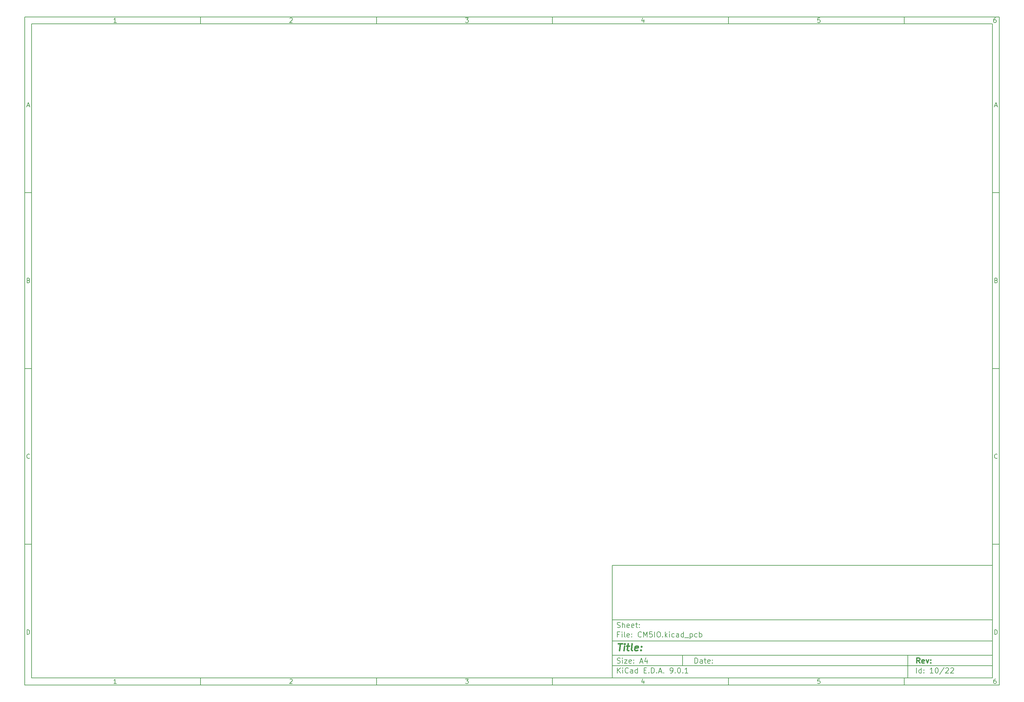
<source format=gbo>
G04 #@! TF.GenerationSoftware,KiCad,Pcbnew,9.0.1*
G04 #@! TF.CreationDate,2025-04-26T19:09:57-05:00*
G04 #@! TF.ProjectId,CM5IO,434d3549-4f2e-46b6-9963-61645f706362,rev?*
G04 #@! TF.SameCoordinates,Original*
G04 #@! TF.FileFunction,Legend,Bot*
G04 #@! TF.FilePolarity,Positive*
%FSLAX46Y46*%
G04 Gerber Fmt 4.6, Leading zero omitted, Abs format (unit mm)*
G04 Created by KiCad (PCBNEW 9.0.1) date 2025-04-26 19:09:57*
%MOMM*%
%LPD*%
G01*
G04 APERTURE LIST*
%ADD10C,0.100000*%
%ADD11C,0.150000*%
%ADD12C,0.300000*%
%ADD13C,0.400000*%
%ADD14C,1.150000*%
%ADD15C,1.650000*%
%ADD16C,1.100000*%
%ADD17C,1.600000*%
%ADD18C,5.300000*%
%ADD19C,2.100000*%
%ADD20R,1.700000X1.700000*%
%ADD21O,1.700000X1.700000*%
%ADD22R,1.500000X1.500000*%
%ADD23C,1.500000*%
%ADD24C,6.100000*%
%ADD25C,1.270000*%
G04 APERTURE END LIST*
D10*
D11*
X177002200Y-166007200D02*
X285002200Y-166007200D01*
X285002200Y-198007200D01*
X177002200Y-198007200D01*
X177002200Y-166007200D01*
D10*
D11*
X10000000Y-10000000D02*
X287002200Y-10000000D01*
X287002200Y-200007200D01*
X10000000Y-200007200D01*
X10000000Y-10000000D01*
D10*
D11*
X12000000Y-12000000D02*
X285002200Y-12000000D01*
X285002200Y-198007200D01*
X12000000Y-198007200D01*
X12000000Y-12000000D01*
D10*
D11*
X60000000Y-12000000D02*
X60000000Y-10000000D01*
D10*
D11*
X110000000Y-12000000D02*
X110000000Y-10000000D01*
D10*
D11*
X160000000Y-12000000D02*
X160000000Y-10000000D01*
D10*
D11*
X210000000Y-12000000D02*
X210000000Y-10000000D01*
D10*
D11*
X260000000Y-12000000D02*
X260000000Y-10000000D01*
D10*
D11*
X36089160Y-11593604D02*
X35346303Y-11593604D01*
X35717731Y-11593604D02*
X35717731Y-10293604D01*
X35717731Y-10293604D02*
X35593922Y-10479319D01*
X35593922Y-10479319D02*
X35470112Y-10603128D01*
X35470112Y-10603128D02*
X35346303Y-10665033D01*
D10*
D11*
X85346303Y-10417414D02*
X85408207Y-10355509D01*
X85408207Y-10355509D02*
X85532017Y-10293604D01*
X85532017Y-10293604D02*
X85841541Y-10293604D01*
X85841541Y-10293604D02*
X85965350Y-10355509D01*
X85965350Y-10355509D02*
X86027255Y-10417414D01*
X86027255Y-10417414D02*
X86089160Y-10541223D01*
X86089160Y-10541223D02*
X86089160Y-10665033D01*
X86089160Y-10665033D02*
X86027255Y-10850747D01*
X86027255Y-10850747D02*
X85284398Y-11593604D01*
X85284398Y-11593604D02*
X86089160Y-11593604D01*
D10*
D11*
X135284398Y-10293604D02*
X136089160Y-10293604D01*
X136089160Y-10293604D02*
X135655826Y-10788842D01*
X135655826Y-10788842D02*
X135841541Y-10788842D01*
X135841541Y-10788842D02*
X135965350Y-10850747D01*
X135965350Y-10850747D02*
X136027255Y-10912652D01*
X136027255Y-10912652D02*
X136089160Y-11036461D01*
X136089160Y-11036461D02*
X136089160Y-11345985D01*
X136089160Y-11345985D02*
X136027255Y-11469795D01*
X136027255Y-11469795D02*
X135965350Y-11531700D01*
X135965350Y-11531700D02*
X135841541Y-11593604D01*
X135841541Y-11593604D02*
X135470112Y-11593604D01*
X135470112Y-11593604D02*
X135346303Y-11531700D01*
X135346303Y-11531700D02*
X135284398Y-11469795D01*
D10*
D11*
X185965350Y-10726938D02*
X185965350Y-11593604D01*
X185655826Y-10231700D02*
X185346303Y-11160271D01*
X185346303Y-11160271D02*
X186151064Y-11160271D01*
D10*
D11*
X236027255Y-10293604D02*
X235408207Y-10293604D01*
X235408207Y-10293604D02*
X235346303Y-10912652D01*
X235346303Y-10912652D02*
X235408207Y-10850747D01*
X235408207Y-10850747D02*
X235532017Y-10788842D01*
X235532017Y-10788842D02*
X235841541Y-10788842D01*
X235841541Y-10788842D02*
X235965350Y-10850747D01*
X235965350Y-10850747D02*
X236027255Y-10912652D01*
X236027255Y-10912652D02*
X236089160Y-11036461D01*
X236089160Y-11036461D02*
X236089160Y-11345985D01*
X236089160Y-11345985D02*
X236027255Y-11469795D01*
X236027255Y-11469795D02*
X235965350Y-11531700D01*
X235965350Y-11531700D02*
X235841541Y-11593604D01*
X235841541Y-11593604D02*
X235532017Y-11593604D01*
X235532017Y-11593604D02*
X235408207Y-11531700D01*
X235408207Y-11531700D02*
X235346303Y-11469795D01*
D10*
D11*
X285965350Y-10293604D02*
X285717731Y-10293604D01*
X285717731Y-10293604D02*
X285593922Y-10355509D01*
X285593922Y-10355509D02*
X285532017Y-10417414D01*
X285532017Y-10417414D02*
X285408207Y-10603128D01*
X285408207Y-10603128D02*
X285346303Y-10850747D01*
X285346303Y-10850747D02*
X285346303Y-11345985D01*
X285346303Y-11345985D02*
X285408207Y-11469795D01*
X285408207Y-11469795D02*
X285470112Y-11531700D01*
X285470112Y-11531700D02*
X285593922Y-11593604D01*
X285593922Y-11593604D02*
X285841541Y-11593604D01*
X285841541Y-11593604D02*
X285965350Y-11531700D01*
X285965350Y-11531700D02*
X286027255Y-11469795D01*
X286027255Y-11469795D02*
X286089160Y-11345985D01*
X286089160Y-11345985D02*
X286089160Y-11036461D01*
X286089160Y-11036461D02*
X286027255Y-10912652D01*
X286027255Y-10912652D02*
X285965350Y-10850747D01*
X285965350Y-10850747D02*
X285841541Y-10788842D01*
X285841541Y-10788842D02*
X285593922Y-10788842D01*
X285593922Y-10788842D02*
X285470112Y-10850747D01*
X285470112Y-10850747D02*
X285408207Y-10912652D01*
X285408207Y-10912652D02*
X285346303Y-11036461D01*
D10*
D11*
X60000000Y-198007200D02*
X60000000Y-200007200D01*
D10*
D11*
X110000000Y-198007200D02*
X110000000Y-200007200D01*
D10*
D11*
X160000000Y-198007200D02*
X160000000Y-200007200D01*
D10*
D11*
X210000000Y-198007200D02*
X210000000Y-200007200D01*
D10*
D11*
X260000000Y-198007200D02*
X260000000Y-200007200D01*
D10*
D11*
X36089160Y-199600804D02*
X35346303Y-199600804D01*
X35717731Y-199600804D02*
X35717731Y-198300804D01*
X35717731Y-198300804D02*
X35593922Y-198486519D01*
X35593922Y-198486519D02*
X35470112Y-198610328D01*
X35470112Y-198610328D02*
X35346303Y-198672233D01*
D10*
D11*
X85346303Y-198424614D02*
X85408207Y-198362709D01*
X85408207Y-198362709D02*
X85532017Y-198300804D01*
X85532017Y-198300804D02*
X85841541Y-198300804D01*
X85841541Y-198300804D02*
X85965350Y-198362709D01*
X85965350Y-198362709D02*
X86027255Y-198424614D01*
X86027255Y-198424614D02*
X86089160Y-198548423D01*
X86089160Y-198548423D02*
X86089160Y-198672233D01*
X86089160Y-198672233D02*
X86027255Y-198857947D01*
X86027255Y-198857947D02*
X85284398Y-199600804D01*
X85284398Y-199600804D02*
X86089160Y-199600804D01*
D10*
D11*
X135284398Y-198300804D02*
X136089160Y-198300804D01*
X136089160Y-198300804D02*
X135655826Y-198796042D01*
X135655826Y-198796042D02*
X135841541Y-198796042D01*
X135841541Y-198796042D02*
X135965350Y-198857947D01*
X135965350Y-198857947D02*
X136027255Y-198919852D01*
X136027255Y-198919852D02*
X136089160Y-199043661D01*
X136089160Y-199043661D02*
X136089160Y-199353185D01*
X136089160Y-199353185D02*
X136027255Y-199476995D01*
X136027255Y-199476995D02*
X135965350Y-199538900D01*
X135965350Y-199538900D02*
X135841541Y-199600804D01*
X135841541Y-199600804D02*
X135470112Y-199600804D01*
X135470112Y-199600804D02*
X135346303Y-199538900D01*
X135346303Y-199538900D02*
X135284398Y-199476995D01*
D10*
D11*
X185965350Y-198734138D02*
X185965350Y-199600804D01*
X185655826Y-198238900D02*
X185346303Y-199167471D01*
X185346303Y-199167471D02*
X186151064Y-199167471D01*
D10*
D11*
X236027255Y-198300804D02*
X235408207Y-198300804D01*
X235408207Y-198300804D02*
X235346303Y-198919852D01*
X235346303Y-198919852D02*
X235408207Y-198857947D01*
X235408207Y-198857947D02*
X235532017Y-198796042D01*
X235532017Y-198796042D02*
X235841541Y-198796042D01*
X235841541Y-198796042D02*
X235965350Y-198857947D01*
X235965350Y-198857947D02*
X236027255Y-198919852D01*
X236027255Y-198919852D02*
X236089160Y-199043661D01*
X236089160Y-199043661D02*
X236089160Y-199353185D01*
X236089160Y-199353185D02*
X236027255Y-199476995D01*
X236027255Y-199476995D02*
X235965350Y-199538900D01*
X235965350Y-199538900D02*
X235841541Y-199600804D01*
X235841541Y-199600804D02*
X235532017Y-199600804D01*
X235532017Y-199600804D02*
X235408207Y-199538900D01*
X235408207Y-199538900D02*
X235346303Y-199476995D01*
D10*
D11*
X285965350Y-198300804D02*
X285717731Y-198300804D01*
X285717731Y-198300804D02*
X285593922Y-198362709D01*
X285593922Y-198362709D02*
X285532017Y-198424614D01*
X285532017Y-198424614D02*
X285408207Y-198610328D01*
X285408207Y-198610328D02*
X285346303Y-198857947D01*
X285346303Y-198857947D02*
X285346303Y-199353185D01*
X285346303Y-199353185D02*
X285408207Y-199476995D01*
X285408207Y-199476995D02*
X285470112Y-199538900D01*
X285470112Y-199538900D02*
X285593922Y-199600804D01*
X285593922Y-199600804D02*
X285841541Y-199600804D01*
X285841541Y-199600804D02*
X285965350Y-199538900D01*
X285965350Y-199538900D02*
X286027255Y-199476995D01*
X286027255Y-199476995D02*
X286089160Y-199353185D01*
X286089160Y-199353185D02*
X286089160Y-199043661D01*
X286089160Y-199043661D02*
X286027255Y-198919852D01*
X286027255Y-198919852D02*
X285965350Y-198857947D01*
X285965350Y-198857947D02*
X285841541Y-198796042D01*
X285841541Y-198796042D02*
X285593922Y-198796042D01*
X285593922Y-198796042D02*
X285470112Y-198857947D01*
X285470112Y-198857947D02*
X285408207Y-198919852D01*
X285408207Y-198919852D02*
X285346303Y-199043661D01*
D10*
D11*
X10000000Y-60000000D02*
X12000000Y-60000000D01*
D10*
D11*
X10000000Y-110000000D02*
X12000000Y-110000000D01*
D10*
D11*
X10000000Y-160000000D02*
X12000000Y-160000000D01*
D10*
D11*
X10690476Y-35222176D02*
X11309523Y-35222176D01*
X10566666Y-35593604D02*
X10999999Y-34293604D01*
X10999999Y-34293604D02*
X11433333Y-35593604D01*
D10*
D11*
X11092857Y-84912652D02*
X11278571Y-84974557D01*
X11278571Y-84974557D02*
X11340476Y-85036461D01*
X11340476Y-85036461D02*
X11402380Y-85160271D01*
X11402380Y-85160271D02*
X11402380Y-85345985D01*
X11402380Y-85345985D02*
X11340476Y-85469795D01*
X11340476Y-85469795D02*
X11278571Y-85531700D01*
X11278571Y-85531700D02*
X11154761Y-85593604D01*
X11154761Y-85593604D02*
X10659523Y-85593604D01*
X10659523Y-85593604D02*
X10659523Y-84293604D01*
X10659523Y-84293604D02*
X11092857Y-84293604D01*
X11092857Y-84293604D02*
X11216666Y-84355509D01*
X11216666Y-84355509D02*
X11278571Y-84417414D01*
X11278571Y-84417414D02*
X11340476Y-84541223D01*
X11340476Y-84541223D02*
X11340476Y-84665033D01*
X11340476Y-84665033D02*
X11278571Y-84788842D01*
X11278571Y-84788842D02*
X11216666Y-84850747D01*
X11216666Y-84850747D02*
X11092857Y-84912652D01*
X11092857Y-84912652D02*
X10659523Y-84912652D01*
D10*
D11*
X11402380Y-135469795D02*
X11340476Y-135531700D01*
X11340476Y-135531700D02*
X11154761Y-135593604D01*
X11154761Y-135593604D02*
X11030952Y-135593604D01*
X11030952Y-135593604D02*
X10845238Y-135531700D01*
X10845238Y-135531700D02*
X10721428Y-135407890D01*
X10721428Y-135407890D02*
X10659523Y-135284080D01*
X10659523Y-135284080D02*
X10597619Y-135036461D01*
X10597619Y-135036461D02*
X10597619Y-134850747D01*
X10597619Y-134850747D02*
X10659523Y-134603128D01*
X10659523Y-134603128D02*
X10721428Y-134479319D01*
X10721428Y-134479319D02*
X10845238Y-134355509D01*
X10845238Y-134355509D02*
X11030952Y-134293604D01*
X11030952Y-134293604D02*
X11154761Y-134293604D01*
X11154761Y-134293604D02*
X11340476Y-134355509D01*
X11340476Y-134355509D02*
X11402380Y-134417414D01*
D10*
D11*
X10659523Y-185593604D02*
X10659523Y-184293604D01*
X10659523Y-184293604D02*
X10969047Y-184293604D01*
X10969047Y-184293604D02*
X11154761Y-184355509D01*
X11154761Y-184355509D02*
X11278571Y-184479319D01*
X11278571Y-184479319D02*
X11340476Y-184603128D01*
X11340476Y-184603128D02*
X11402380Y-184850747D01*
X11402380Y-184850747D02*
X11402380Y-185036461D01*
X11402380Y-185036461D02*
X11340476Y-185284080D01*
X11340476Y-185284080D02*
X11278571Y-185407890D01*
X11278571Y-185407890D02*
X11154761Y-185531700D01*
X11154761Y-185531700D02*
X10969047Y-185593604D01*
X10969047Y-185593604D02*
X10659523Y-185593604D01*
D10*
D11*
X287002200Y-60000000D02*
X285002200Y-60000000D01*
D10*
D11*
X287002200Y-110000000D02*
X285002200Y-110000000D01*
D10*
D11*
X287002200Y-160000000D02*
X285002200Y-160000000D01*
D10*
D11*
X285692676Y-35222176D02*
X286311723Y-35222176D01*
X285568866Y-35593604D02*
X286002199Y-34293604D01*
X286002199Y-34293604D02*
X286435533Y-35593604D01*
D10*
D11*
X286095057Y-84912652D02*
X286280771Y-84974557D01*
X286280771Y-84974557D02*
X286342676Y-85036461D01*
X286342676Y-85036461D02*
X286404580Y-85160271D01*
X286404580Y-85160271D02*
X286404580Y-85345985D01*
X286404580Y-85345985D02*
X286342676Y-85469795D01*
X286342676Y-85469795D02*
X286280771Y-85531700D01*
X286280771Y-85531700D02*
X286156961Y-85593604D01*
X286156961Y-85593604D02*
X285661723Y-85593604D01*
X285661723Y-85593604D02*
X285661723Y-84293604D01*
X285661723Y-84293604D02*
X286095057Y-84293604D01*
X286095057Y-84293604D02*
X286218866Y-84355509D01*
X286218866Y-84355509D02*
X286280771Y-84417414D01*
X286280771Y-84417414D02*
X286342676Y-84541223D01*
X286342676Y-84541223D02*
X286342676Y-84665033D01*
X286342676Y-84665033D02*
X286280771Y-84788842D01*
X286280771Y-84788842D02*
X286218866Y-84850747D01*
X286218866Y-84850747D02*
X286095057Y-84912652D01*
X286095057Y-84912652D02*
X285661723Y-84912652D01*
D10*
D11*
X286404580Y-135469795D02*
X286342676Y-135531700D01*
X286342676Y-135531700D02*
X286156961Y-135593604D01*
X286156961Y-135593604D02*
X286033152Y-135593604D01*
X286033152Y-135593604D02*
X285847438Y-135531700D01*
X285847438Y-135531700D02*
X285723628Y-135407890D01*
X285723628Y-135407890D02*
X285661723Y-135284080D01*
X285661723Y-135284080D02*
X285599819Y-135036461D01*
X285599819Y-135036461D02*
X285599819Y-134850747D01*
X285599819Y-134850747D02*
X285661723Y-134603128D01*
X285661723Y-134603128D02*
X285723628Y-134479319D01*
X285723628Y-134479319D02*
X285847438Y-134355509D01*
X285847438Y-134355509D02*
X286033152Y-134293604D01*
X286033152Y-134293604D02*
X286156961Y-134293604D01*
X286156961Y-134293604D02*
X286342676Y-134355509D01*
X286342676Y-134355509D02*
X286404580Y-134417414D01*
D10*
D11*
X285661723Y-185593604D02*
X285661723Y-184293604D01*
X285661723Y-184293604D02*
X285971247Y-184293604D01*
X285971247Y-184293604D02*
X286156961Y-184355509D01*
X286156961Y-184355509D02*
X286280771Y-184479319D01*
X286280771Y-184479319D02*
X286342676Y-184603128D01*
X286342676Y-184603128D02*
X286404580Y-184850747D01*
X286404580Y-184850747D02*
X286404580Y-185036461D01*
X286404580Y-185036461D02*
X286342676Y-185284080D01*
X286342676Y-185284080D02*
X286280771Y-185407890D01*
X286280771Y-185407890D02*
X286156961Y-185531700D01*
X286156961Y-185531700D02*
X285971247Y-185593604D01*
X285971247Y-185593604D02*
X285661723Y-185593604D01*
D10*
D11*
X200458026Y-193793328D02*
X200458026Y-192293328D01*
X200458026Y-192293328D02*
X200815169Y-192293328D01*
X200815169Y-192293328D02*
X201029455Y-192364757D01*
X201029455Y-192364757D02*
X201172312Y-192507614D01*
X201172312Y-192507614D02*
X201243741Y-192650471D01*
X201243741Y-192650471D02*
X201315169Y-192936185D01*
X201315169Y-192936185D02*
X201315169Y-193150471D01*
X201315169Y-193150471D02*
X201243741Y-193436185D01*
X201243741Y-193436185D02*
X201172312Y-193579042D01*
X201172312Y-193579042D02*
X201029455Y-193721900D01*
X201029455Y-193721900D02*
X200815169Y-193793328D01*
X200815169Y-193793328D02*
X200458026Y-193793328D01*
X202600884Y-193793328D02*
X202600884Y-193007614D01*
X202600884Y-193007614D02*
X202529455Y-192864757D01*
X202529455Y-192864757D02*
X202386598Y-192793328D01*
X202386598Y-192793328D02*
X202100884Y-192793328D01*
X202100884Y-192793328D02*
X201958026Y-192864757D01*
X202600884Y-193721900D02*
X202458026Y-193793328D01*
X202458026Y-193793328D02*
X202100884Y-193793328D01*
X202100884Y-193793328D02*
X201958026Y-193721900D01*
X201958026Y-193721900D02*
X201886598Y-193579042D01*
X201886598Y-193579042D02*
X201886598Y-193436185D01*
X201886598Y-193436185D02*
X201958026Y-193293328D01*
X201958026Y-193293328D02*
X202100884Y-193221900D01*
X202100884Y-193221900D02*
X202458026Y-193221900D01*
X202458026Y-193221900D02*
X202600884Y-193150471D01*
X203100884Y-192793328D02*
X203672312Y-192793328D01*
X203315169Y-192293328D02*
X203315169Y-193579042D01*
X203315169Y-193579042D02*
X203386598Y-193721900D01*
X203386598Y-193721900D02*
X203529455Y-193793328D01*
X203529455Y-193793328D02*
X203672312Y-193793328D01*
X204743741Y-193721900D02*
X204600884Y-193793328D01*
X204600884Y-193793328D02*
X204315170Y-193793328D01*
X204315170Y-193793328D02*
X204172312Y-193721900D01*
X204172312Y-193721900D02*
X204100884Y-193579042D01*
X204100884Y-193579042D02*
X204100884Y-193007614D01*
X204100884Y-193007614D02*
X204172312Y-192864757D01*
X204172312Y-192864757D02*
X204315170Y-192793328D01*
X204315170Y-192793328D02*
X204600884Y-192793328D01*
X204600884Y-192793328D02*
X204743741Y-192864757D01*
X204743741Y-192864757D02*
X204815170Y-193007614D01*
X204815170Y-193007614D02*
X204815170Y-193150471D01*
X204815170Y-193150471D02*
X204100884Y-193293328D01*
X205458026Y-193650471D02*
X205529455Y-193721900D01*
X205529455Y-193721900D02*
X205458026Y-193793328D01*
X205458026Y-193793328D02*
X205386598Y-193721900D01*
X205386598Y-193721900D02*
X205458026Y-193650471D01*
X205458026Y-193650471D02*
X205458026Y-193793328D01*
X205458026Y-192864757D02*
X205529455Y-192936185D01*
X205529455Y-192936185D02*
X205458026Y-193007614D01*
X205458026Y-193007614D02*
X205386598Y-192936185D01*
X205386598Y-192936185D02*
X205458026Y-192864757D01*
X205458026Y-192864757D02*
X205458026Y-193007614D01*
D10*
D11*
X177002200Y-194507200D02*
X285002200Y-194507200D01*
D10*
D11*
X178458026Y-196593328D02*
X178458026Y-195093328D01*
X179315169Y-196593328D02*
X178672312Y-195736185D01*
X179315169Y-195093328D02*
X178458026Y-195950471D01*
X179958026Y-196593328D02*
X179958026Y-195593328D01*
X179958026Y-195093328D02*
X179886598Y-195164757D01*
X179886598Y-195164757D02*
X179958026Y-195236185D01*
X179958026Y-195236185D02*
X180029455Y-195164757D01*
X180029455Y-195164757D02*
X179958026Y-195093328D01*
X179958026Y-195093328D02*
X179958026Y-195236185D01*
X181529455Y-196450471D02*
X181458027Y-196521900D01*
X181458027Y-196521900D02*
X181243741Y-196593328D01*
X181243741Y-196593328D02*
X181100884Y-196593328D01*
X181100884Y-196593328D02*
X180886598Y-196521900D01*
X180886598Y-196521900D02*
X180743741Y-196379042D01*
X180743741Y-196379042D02*
X180672312Y-196236185D01*
X180672312Y-196236185D02*
X180600884Y-195950471D01*
X180600884Y-195950471D02*
X180600884Y-195736185D01*
X180600884Y-195736185D02*
X180672312Y-195450471D01*
X180672312Y-195450471D02*
X180743741Y-195307614D01*
X180743741Y-195307614D02*
X180886598Y-195164757D01*
X180886598Y-195164757D02*
X181100884Y-195093328D01*
X181100884Y-195093328D02*
X181243741Y-195093328D01*
X181243741Y-195093328D02*
X181458027Y-195164757D01*
X181458027Y-195164757D02*
X181529455Y-195236185D01*
X182815170Y-196593328D02*
X182815170Y-195807614D01*
X182815170Y-195807614D02*
X182743741Y-195664757D01*
X182743741Y-195664757D02*
X182600884Y-195593328D01*
X182600884Y-195593328D02*
X182315170Y-195593328D01*
X182315170Y-195593328D02*
X182172312Y-195664757D01*
X182815170Y-196521900D02*
X182672312Y-196593328D01*
X182672312Y-196593328D02*
X182315170Y-196593328D01*
X182315170Y-196593328D02*
X182172312Y-196521900D01*
X182172312Y-196521900D02*
X182100884Y-196379042D01*
X182100884Y-196379042D02*
X182100884Y-196236185D01*
X182100884Y-196236185D02*
X182172312Y-196093328D01*
X182172312Y-196093328D02*
X182315170Y-196021900D01*
X182315170Y-196021900D02*
X182672312Y-196021900D01*
X182672312Y-196021900D02*
X182815170Y-195950471D01*
X184172313Y-196593328D02*
X184172313Y-195093328D01*
X184172313Y-196521900D02*
X184029455Y-196593328D01*
X184029455Y-196593328D02*
X183743741Y-196593328D01*
X183743741Y-196593328D02*
X183600884Y-196521900D01*
X183600884Y-196521900D02*
X183529455Y-196450471D01*
X183529455Y-196450471D02*
X183458027Y-196307614D01*
X183458027Y-196307614D02*
X183458027Y-195879042D01*
X183458027Y-195879042D02*
X183529455Y-195736185D01*
X183529455Y-195736185D02*
X183600884Y-195664757D01*
X183600884Y-195664757D02*
X183743741Y-195593328D01*
X183743741Y-195593328D02*
X184029455Y-195593328D01*
X184029455Y-195593328D02*
X184172313Y-195664757D01*
X186029455Y-195807614D02*
X186529455Y-195807614D01*
X186743741Y-196593328D02*
X186029455Y-196593328D01*
X186029455Y-196593328D02*
X186029455Y-195093328D01*
X186029455Y-195093328D02*
X186743741Y-195093328D01*
X187386598Y-196450471D02*
X187458027Y-196521900D01*
X187458027Y-196521900D02*
X187386598Y-196593328D01*
X187386598Y-196593328D02*
X187315170Y-196521900D01*
X187315170Y-196521900D02*
X187386598Y-196450471D01*
X187386598Y-196450471D02*
X187386598Y-196593328D01*
X188100884Y-196593328D02*
X188100884Y-195093328D01*
X188100884Y-195093328D02*
X188458027Y-195093328D01*
X188458027Y-195093328D02*
X188672313Y-195164757D01*
X188672313Y-195164757D02*
X188815170Y-195307614D01*
X188815170Y-195307614D02*
X188886599Y-195450471D01*
X188886599Y-195450471D02*
X188958027Y-195736185D01*
X188958027Y-195736185D02*
X188958027Y-195950471D01*
X188958027Y-195950471D02*
X188886599Y-196236185D01*
X188886599Y-196236185D02*
X188815170Y-196379042D01*
X188815170Y-196379042D02*
X188672313Y-196521900D01*
X188672313Y-196521900D02*
X188458027Y-196593328D01*
X188458027Y-196593328D02*
X188100884Y-196593328D01*
X189600884Y-196450471D02*
X189672313Y-196521900D01*
X189672313Y-196521900D02*
X189600884Y-196593328D01*
X189600884Y-196593328D02*
X189529456Y-196521900D01*
X189529456Y-196521900D02*
X189600884Y-196450471D01*
X189600884Y-196450471D02*
X189600884Y-196593328D01*
X190243742Y-196164757D02*
X190958028Y-196164757D01*
X190100885Y-196593328D02*
X190600885Y-195093328D01*
X190600885Y-195093328D02*
X191100885Y-196593328D01*
X191600884Y-196450471D02*
X191672313Y-196521900D01*
X191672313Y-196521900D02*
X191600884Y-196593328D01*
X191600884Y-196593328D02*
X191529456Y-196521900D01*
X191529456Y-196521900D02*
X191600884Y-196450471D01*
X191600884Y-196450471D02*
X191600884Y-196593328D01*
X193529456Y-196593328D02*
X193815170Y-196593328D01*
X193815170Y-196593328D02*
X193958027Y-196521900D01*
X193958027Y-196521900D02*
X194029456Y-196450471D01*
X194029456Y-196450471D02*
X194172313Y-196236185D01*
X194172313Y-196236185D02*
X194243742Y-195950471D01*
X194243742Y-195950471D02*
X194243742Y-195379042D01*
X194243742Y-195379042D02*
X194172313Y-195236185D01*
X194172313Y-195236185D02*
X194100885Y-195164757D01*
X194100885Y-195164757D02*
X193958027Y-195093328D01*
X193958027Y-195093328D02*
X193672313Y-195093328D01*
X193672313Y-195093328D02*
X193529456Y-195164757D01*
X193529456Y-195164757D02*
X193458027Y-195236185D01*
X193458027Y-195236185D02*
X193386599Y-195379042D01*
X193386599Y-195379042D02*
X193386599Y-195736185D01*
X193386599Y-195736185D02*
X193458027Y-195879042D01*
X193458027Y-195879042D02*
X193529456Y-195950471D01*
X193529456Y-195950471D02*
X193672313Y-196021900D01*
X193672313Y-196021900D02*
X193958027Y-196021900D01*
X193958027Y-196021900D02*
X194100885Y-195950471D01*
X194100885Y-195950471D02*
X194172313Y-195879042D01*
X194172313Y-195879042D02*
X194243742Y-195736185D01*
X194886598Y-196450471D02*
X194958027Y-196521900D01*
X194958027Y-196521900D02*
X194886598Y-196593328D01*
X194886598Y-196593328D02*
X194815170Y-196521900D01*
X194815170Y-196521900D02*
X194886598Y-196450471D01*
X194886598Y-196450471D02*
X194886598Y-196593328D01*
X195886599Y-195093328D02*
X196029456Y-195093328D01*
X196029456Y-195093328D02*
X196172313Y-195164757D01*
X196172313Y-195164757D02*
X196243742Y-195236185D01*
X196243742Y-195236185D02*
X196315170Y-195379042D01*
X196315170Y-195379042D02*
X196386599Y-195664757D01*
X196386599Y-195664757D02*
X196386599Y-196021900D01*
X196386599Y-196021900D02*
X196315170Y-196307614D01*
X196315170Y-196307614D02*
X196243742Y-196450471D01*
X196243742Y-196450471D02*
X196172313Y-196521900D01*
X196172313Y-196521900D02*
X196029456Y-196593328D01*
X196029456Y-196593328D02*
X195886599Y-196593328D01*
X195886599Y-196593328D02*
X195743742Y-196521900D01*
X195743742Y-196521900D02*
X195672313Y-196450471D01*
X195672313Y-196450471D02*
X195600884Y-196307614D01*
X195600884Y-196307614D02*
X195529456Y-196021900D01*
X195529456Y-196021900D02*
X195529456Y-195664757D01*
X195529456Y-195664757D02*
X195600884Y-195379042D01*
X195600884Y-195379042D02*
X195672313Y-195236185D01*
X195672313Y-195236185D02*
X195743742Y-195164757D01*
X195743742Y-195164757D02*
X195886599Y-195093328D01*
X197029455Y-196450471D02*
X197100884Y-196521900D01*
X197100884Y-196521900D02*
X197029455Y-196593328D01*
X197029455Y-196593328D02*
X196958027Y-196521900D01*
X196958027Y-196521900D02*
X197029455Y-196450471D01*
X197029455Y-196450471D02*
X197029455Y-196593328D01*
X198529456Y-196593328D02*
X197672313Y-196593328D01*
X198100884Y-196593328D02*
X198100884Y-195093328D01*
X198100884Y-195093328D02*
X197958027Y-195307614D01*
X197958027Y-195307614D02*
X197815170Y-195450471D01*
X197815170Y-195450471D02*
X197672313Y-195521900D01*
D10*
D11*
X177002200Y-191507200D02*
X285002200Y-191507200D01*
D10*
D12*
X264413853Y-193785528D02*
X263913853Y-193071242D01*
X263556710Y-193785528D02*
X263556710Y-192285528D01*
X263556710Y-192285528D02*
X264128139Y-192285528D01*
X264128139Y-192285528D02*
X264270996Y-192356957D01*
X264270996Y-192356957D02*
X264342425Y-192428385D01*
X264342425Y-192428385D02*
X264413853Y-192571242D01*
X264413853Y-192571242D02*
X264413853Y-192785528D01*
X264413853Y-192785528D02*
X264342425Y-192928385D01*
X264342425Y-192928385D02*
X264270996Y-192999814D01*
X264270996Y-192999814D02*
X264128139Y-193071242D01*
X264128139Y-193071242D02*
X263556710Y-193071242D01*
X265628139Y-193714100D02*
X265485282Y-193785528D01*
X265485282Y-193785528D02*
X265199568Y-193785528D01*
X265199568Y-193785528D02*
X265056710Y-193714100D01*
X265056710Y-193714100D02*
X264985282Y-193571242D01*
X264985282Y-193571242D02*
X264985282Y-192999814D01*
X264985282Y-192999814D02*
X265056710Y-192856957D01*
X265056710Y-192856957D02*
X265199568Y-192785528D01*
X265199568Y-192785528D02*
X265485282Y-192785528D01*
X265485282Y-192785528D02*
X265628139Y-192856957D01*
X265628139Y-192856957D02*
X265699568Y-192999814D01*
X265699568Y-192999814D02*
X265699568Y-193142671D01*
X265699568Y-193142671D02*
X264985282Y-193285528D01*
X266199567Y-192785528D02*
X266556710Y-193785528D01*
X266556710Y-193785528D02*
X266913853Y-192785528D01*
X267485281Y-193642671D02*
X267556710Y-193714100D01*
X267556710Y-193714100D02*
X267485281Y-193785528D01*
X267485281Y-193785528D02*
X267413853Y-193714100D01*
X267413853Y-193714100D02*
X267485281Y-193642671D01*
X267485281Y-193642671D02*
X267485281Y-193785528D01*
X267485281Y-192856957D02*
X267556710Y-192928385D01*
X267556710Y-192928385D02*
X267485281Y-192999814D01*
X267485281Y-192999814D02*
X267413853Y-192928385D01*
X267413853Y-192928385D02*
X267485281Y-192856957D01*
X267485281Y-192856957D02*
X267485281Y-192999814D01*
D10*
D11*
X178386598Y-193721900D02*
X178600884Y-193793328D01*
X178600884Y-193793328D02*
X178958026Y-193793328D01*
X178958026Y-193793328D02*
X179100884Y-193721900D01*
X179100884Y-193721900D02*
X179172312Y-193650471D01*
X179172312Y-193650471D02*
X179243741Y-193507614D01*
X179243741Y-193507614D02*
X179243741Y-193364757D01*
X179243741Y-193364757D02*
X179172312Y-193221900D01*
X179172312Y-193221900D02*
X179100884Y-193150471D01*
X179100884Y-193150471D02*
X178958026Y-193079042D01*
X178958026Y-193079042D02*
X178672312Y-193007614D01*
X178672312Y-193007614D02*
X178529455Y-192936185D01*
X178529455Y-192936185D02*
X178458026Y-192864757D01*
X178458026Y-192864757D02*
X178386598Y-192721900D01*
X178386598Y-192721900D02*
X178386598Y-192579042D01*
X178386598Y-192579042D02*
X178458026Y-192436185D01*
X178458026Y-192436185D02*
X178529455Y-192364757D01*
X178529455Y-192364757D02*
X178672312Y-192293328D01*
X178672312Y-192293328D02*
X179029455Y-192293328D01*
X179029455Y-192293328D02*
X179243741Y-192364757D01*
X179886597Y-193793328D02*
X179886597Y-192793328D01*
X179886597Y-192293328D02*
X179815169Y-192364757D01*
X179815169Y-192364757D02*
X179886597Y-192436185D01*
X179886597Y-192436185D02*
X179958026Y-192364757D01*
X179958026Y-192364757D02*
X179886597Y-192293328D01*
X179886597Y-192293328D02*
X179886597Y-192436185D01*
X180458026Y-192793328D02*
X181243741Y-192793328D01*
X181243741Y-192793328D02*
X180458026Y-193793328D01*
X180458026Y-193793328D02*
X181243741Y-193793328D01*
X182386598Y-193721900D02*
X182243741Y-193793328D01*
X182243741Y-193793328D02*
X181958027Y-193793328D01*
X181958027Y-193793328D02*
X181815169Y-193721900D01*
X181815169Y-193721900D02*
X181743741Y-193579042D01*
X181743741Y-193579042D02*
X181743741Y-193007614D01*
X181743741Y-193007614D02*
X181815169Y-192864757D01*
X181815169Y-192864757D02*
X181958027Y-192793328D01*
X181958027Y-192793328D02*
X182243741Y-192793328D01*
X182243741Y-192793328D02*
X182386598Y-192864757D01*
X182386598Y-192864757D02*
X182458027Y-193007614D01*
X182458027Y-193007614D02*
X182458027Y-193150471D01*
X182458027Y-193150471D02*
X181743741Y-193293328D01*
X183100883Y-193650471D02*
X183172312Y-193721900D01*
X183172312Y-193721900D02*
X183100883Y-193793328D01*
X183100883Y-193793328D02*
X183029455Y-193721900D01*
X183029455Y-193721900D02*
X183100883Y-193650471D01*
X183100883Y-193650471D02*
X183100883Y-193793328D01*
X183100883Y-192864757D02*
X183172312Y-192936185D01*
X183172312Y-192936185D02*
X183100883Y-193007614D01*
X183100883Y-193007614D02*
X183029455Y-192936185D01*
X183029455Y-192936185D02*
X183100883Y-192864757D01*
X183100883Y-192864757D02*
X183100883Y-193007614D01*
X184886598Y-193364757D02*
X185600884Y-193364757D01*
X184743741Y-193793328D02*
X185243741Y-192293328D01*
X185243741Y-192293328D02*
X185743741Y-193793328D01*
X186886598Y-192793328D02*
X186886598Y-193793328D01*
X186529455Y-192221900D02*
X186172312Y-193293328D01*
X186172312Y-193293328D02*
X187100883Y-193293328D01*
D10*
D11*
X263458026Y-196593328D02*
X263458026Y-195093328D01*
X264815170Y-196593328D02*
X264815170Y-195093328D01*
X264815170Y-196521900D02*
X264672312Y-196593328D01*
X264672312Y-196593328D02*
X264386598Y-196593328D01*
X264386598Y-196593328D02*
X264243741Y-196521900D01*
X264243741Y-196521900D02*
X264172312Y-196450471D01*
X264172312Y-196450471D02*
X264100884Y-196307614D01*
X264100884Y-196307614D02*
X264100884Y-195879042D01*
X264100884Y-195879042D02*
X264172312Y-195736185D01*
X264172312Y-195736185D02*
X264243741Y-195664757D01*
X264243741Y-195664757D02*
X264386598Y-195593328D01*
X264386598Y-195593328D02*
X264672312Y-195593328D01*
X264672312Y-195593328D02*
X264815170Y-195664757D01*
X265529455Y-196450471D02*
X265600884Y-196521900D01*
X265600884Y-196521900D02*
X265529455Y-196593328D01*
X265529455Y-196593328D02*
X265458027Y-196521900D01*
X265458027Y-196521900D02*
X265529455Y-196450471D01*
X265529455Y-196450471D02*
X265529455Y-196593328D01*
X265529455Y-195664757D02*
X265600884Y-195736185D01*
X265600884Y-195736185D02*
X265529455Y-195807614D01*
X265529455Y-195807614D02*
X265458027Y-195736185D01*
X265458027Y-195736185D02*
X265529455Y-195664757D01*
X265529455Y-195664757D02*
X265529455Y-195807614D01*
X268172313Y-196593328D02*
X267315170Y-196593328D01*
X267743741Y-196593328D02*
X267743741Y-195093328D01*
X267743741Y-195093328D02*
X267600884Y-195307614D01*
X267600884Y-195307614D02*
X267458027Y-195450471D01*
X267458027Y-195450471D02*
X267315170Y-195521900D01*
X269100884Y-195093328D02*
X269243741Y-195093328D01*
X269243741Y-195093328D02*
X269386598Y-195164757D01*
X269386598Y-195164757D02*
X269458027Y-195236185D01*
X269458027Y-195236185D02*
X269529455Y-195379042D01*
X269529455Y-195379042D02*
X269600884Y-195664757D01*
X269600884Y-195664757D02*
X269600884Y-196021900D01*
X269600884Y-196021900D02*
X269529455Y-196307614D01*
X269529455Y-196307614D02*
X269458027Y-196450471D01*
X269458027Y-196450471D02*
X269386598Y-196521900D01*
X269386598Y-196521900D02*
X269243741Y-196593328D01*
X269243741Y-196593328D02*
X269100884Y-196593328D01*
X269100884Y-196593328D02*
X268958027Y-196521900D01*
X268958027Y-196521900D02*
X268886598Y-196450471D01*
X268886598Y-196450471D02*
X268815169Y-196307614D01*
X268815169Y-196307614D02*
X268743741Y-196021900D01*
X268743741Y-196021900D02*
X268743741Y-195664757D01*
X268743741Y-195664757D02*
X268815169Y-195379042D01*
X268815169Y-195379042D02*
X268886598Y-195236185D01*
X268886598Y-195236185D02*
X268958027Y-195164757D01*
X268958027Y-195164757D02*
X269100884Y-195093328D01*
X271315169Y-195021900D02*
X270029455Y-196950471D01*
X271743741Y-195236185D02*
X271815169Y-195164757D01*
X271815169Y-195164757D02*
X271958027Y-195093328D01*
X271958027Y-195093328D02*
X272315169Y-195093328D01*
X272315169Y-195093328D02*
X272458027Y-195164757D01*
X272458027Y-195164757D02*
X272529455Y-195236185D01*
X272529455Y-195236185D02*
X272600884Y-195379042D01*
X272600884Y-195379042D02*
X272600884Y-195521900D01*
X272600884Y-195521900D02*
X272529455Y-195736185D01*
X272529455Y-195736185D02*
X271672312Y-196593328D01*
X271672312Y-196593328D02*
X272600884Y-196593328D01*
X273172312Y-195236185D02*
X273243740Y-195164757D01*
X273243740Y-195164757D02*
X273386598Y-195093328D01*
X273386598Y-195093328D02*
X273743740Y-195093328D01*
X273743740Y-195093328D02*
X273886598Y-195164757D01*
X273886598Y-195164757D02*
X273958026Y-195236185D01*
X273958026Y-195236185D02*
X274029455Y-195379042D01*
X274029455Y-195379042D02*
X274029455Y-195521900D01*
X274029455Y-195521900D02*
X273958026Y-195736185D01*
X273958026Y-195736185D02*
X273100883Y-196593328D01*
X273100883Y-196593328D02*
X274029455Y-196593328D01*
D10*
D11*
X177002200Y-187507200D02*
X285002200Y-187507200D01*
D10*
D13*
X178693928Y-188211638D02*
X179836785Y-188211638D01*
X179015357Y-190211638D02*
X179265357Y-188211638D01*
X180253452Y-190211638D02*
X180420119Y-188878304D01*
X180503452Y-188211638D02*
X180396309Y-188306876D01*
X180396309Y-188306876D02*
X180479643Y-188402114D01*
X180479643Y-188402114D02*
X180586786Y-188306876D01*
X180586786Y-188306876D02*
X180503452Y-188211638D01*
X180503452Y-188211638D02*
X180479643Y-188402114D01*
X181086786Y-188878304D02*
X181848690Y-188878304D01*
X181455833Y-188211638D02*
X181241548Y-189925923D01*
X181241548Y-189925923D02*
X181312976Y-190116400D01*
X181312976Y-190116400D02*
X181491548Y-190211638D01*
X181491548Y-190211638D02*
X181682024Y-190211638D01*
X182634405Y-190211638D02*
X182455833Y-190116400D01*
X182455833Y-190116400D02*
X182384405Y-189925923D01*
X182384405Y-189925923D02*
X182598690Y-188211638D01*
X184170119Y-190116400D02*
X183967738Y-190211638D01*
X183967738Y-190211638D02*
X183586785Y-190211638D01*
X183586785Y-190211638D02*
X183408214Y-190116400D01*
X183408214Y-190116400D02*
X183336785Y-189925923D01*
X183336785Y-189925923D02*
X183432024Y-189164019D01*
X183432024Y-189164019D02*
X183551071Y-188973542D01*
X183551071Y-188973542D02*
X183753452Y-188878304D01*
X183753452Y-188878304D02*
X184134404Y-188878304D01*
X184134404Y-188878304D02*
X184312976Y-188973542D01*
X184312976Y-188973542D02*
X184384404Y-189164019D01*
X184384404Y-189164019D02*
X184360595Y-189354495D01*
X184360595Y-189354495D02*
X183384404Y-189544971D01*
X185134405Y-190021161D02*
X185217738Y-190116400D01*
X185217738Y-190116400D02*
X185110595Y-190211638D01*
X185110595Y-190211638D02*
X185027262Y-190116400D01*
X185027262Y-190116400D02*
X185134405Y-190021161D01*
X185134405Y-190021161D02*
X185110595Y-190211638D01*
X185265357Y-188973542D02*
X185348690Y-189068780D01*
X185348690Y-189068780D02*
X185241548Y-189164019D01*
X185241548Y-189164019D02*
X185158214Y-189068780D01*
X185158214Y-189068780D02*
X185265357Y-188973542D01*
X185265357Y-188973542D02*
X185241548Y-189164019D01*
D10*
D11*
X178958026Y-185607614D02*
X178458026Y-185607614D01*
X178458026Y-186393328D02*
X178458026Y-184893328D01*
X178458026Y-184893328D02*
X179172312Y-184893328D01*
X179743740Y-186393328D02*
X179743740Y-185393328D01*
X179743740Y-184893328D02*
X179672312Y-184964757D01*
X179672312Y-184964757D02*
X179743740Y-185036185D01*
X179743740Y-185036185D02*
X179815169Y-184964757D01*
X179815169Y-184964757D02*
X179743740Y-184893328D01*
X179743740Y-184893328D02*
X179743740Y-185036185D01*
X180672312Y-186393328D02*
X180529455Y-186321900D01*
X180529455Y-186321900D02*
X180458026Y-186179042D01*
X180458026Y-186179042D02*
X180458026Y-184893328D01*
X181815169Y-186321900D02*
X181672312Y-186393328D01*
X181672312Y-186393328D02*
X181386598Y-186393328D01*
X181386598Y-186393328D02*
X181243740Y-186321900D01*
X181243740Y-186321900D02*
X181172312Y-186179042D01*
X181172312Y-186179042D02*
X181172312Y-185607614D01*
X181172312Y-185607614D02*
X181243740Y-185464757D01*
X181243740Y-185464757D02*
X181386598Y-185393328D01*
X181386598Y-185393328D02*
X181672312Y-185393328D01*
X181672312Y-185393328D02*
X181815169Y-185464757D01*
X181815169Y-185464757D02*
X181886598Y-185607614D01*
X181886598Y-185607614D02*
X181886598Y-185750471D01*
X181886598Y-185750471D02*
X181172312Y-185893328D01*
X182529454Y-186250471D02*
X182600883Y-186321900D01*
X182600883Y-186321900D02*
X182529454Y-186393328D01*
X182529454Y-186393328D02*
X182458026Y-186321900D01*
X182458026Y-186321900D02*
X182529454Y-186250471D01*
X182529454Y-186250471D02*
X182529454Y-186393328D01*
X182529454Y-185464757D02*
X182600883Y-185536185D01*
X182600883Y-185536185D02*
X182529454Y-185607614D01*
X182529454Y-185607614D02*
X182458026Y-185536185D01*
X182458026Y-185536185D02*
X182529454Y-185464757D01*
X182529454Y-185464757D02*
X182529454Y-185607614D01*
X185243740Y-186250471D02*
X185172312Y-186321900D01*
X185172312Y-186321900D02*
X184958026Y-186393328D01*
X184958026Y-186393328D02*
X184815169Y-186393328D01*
X184815169Y-186393328D02*
X184600883Y-186321900D01*
X184600883Y-186321900D02*
X184458026Y-186179042D01*
X184458026Y-186179042D02*
X184386597Y-186036185D01*
X184386597Y-186036185D02*
X184315169Y-185750471D01*
X184315169Y-185750471D02*
X184315169Y-185536185D01*
X184315169Y-185536185D02*
X184386597Y-185250471D01*
X184386597Y-185250471D02*
X184458026Y-185107614D01*
X184458026Y-185107614D02*
X184600883Y-184964757D01*
X184600883Y-184964757D02*
X184815169Y-184893328D01*
X184815169Y-184893328D02*
X184958026Y-184893328D01*
X184958026Y-184893328D02*
X185172312Y-184964757D01*
X185172312Y-184964757D02*
X185243740Y-185036185D01*
X185886597Y-186393328D02*
X185886597Y-184893328D01*
X185886597Y-184893328D02*
X186386597Y-185964757D01*
X186386597Y-185964757D02*
X186886597Y-184893328D01*
X186886597Y-184893328D02*
X186886597Y-186393328D01*
X188315169Y-184893328D02*
X187600883Y-184893328D01*
X187600883Y-184893328D02*
X187529455Y-185607614D01*
X187529455Y-185607614D02*
X187600883Y-185536185D01*
X187600883Y-185536185D02*
X187743741Y-185464757D01*
X187743741Y-185464757D02*
X188100883Y-185464757D01*
X188100883Y-185464757D02*
X188243741Y-185536185D01*
X188243741Y-185536185D02*
X188315169Y-185607614D01*
X188315169Y-185607614D02*
X188386598Y-185750471D01*
X188386598Y-185750471D02*
X188386598Y-186107614D01*
X188386598Y-186107614D02*
X188315169Y-186250471D01*
X188315169Y-186250471D02*
X188243741Y-186321900D01*
X188243741Y-186321900D02*
X188100883Y-186393328D01*
X188100883Y-186393328D02*
X187743741Y-186393328D01*
X187743741Y-186393328D02*
X187600883Y-186321900D01*
X187600883Y-186321900D02*
X187529455Y-186250471D01*
X189029454Y-186393328D02*
X189029454Y-184893328D01*
X190029455Y-184893328D02*
X190315169Y-184893328D01*
X190315169Y-184893328D02*
X190458026Y-184964757D01*
X190458026Y-184964757D02*
X190600883Y-185107614D01*
X190600883Y-185107614D02*
X190672312Y-185393328D01*
X190672312Y-185393328D02*
X190672312Y-185893328D01*
X190672312Y-185893328D02*
X190600883Y-186179042D01*
X190600883Y-186179042D02*
X190458026Y-186321900D01*
X190458026Y-186321900D02*
X190315169Y-186393328D01*
X190315169Y-186393328D02*
X190029455Y-186393328D01*
X190029455Y-186393328D02*
X189886598Y-186321900D01*
X189886598Y-186321900D02*
X189743740Y-186179042D01*
X189743740Y-186179042D02*
X189672312Y-185893328D01*
X189672312Y-185893328D02*
X189672312Y-185393328D01*
X189672312Y-185393328D02*
X189743740Y-185107614D01*
X189743740Y-185107614D02*
X189886598Y-184964757D01*
X189886598Y-184964757D02*
X190029455Y-184893328D01*
X191315169Y-186250471D02*
X191386598Y-186321900D01*
X191386598Y-186321900D02*
X191315169Y-186393328D01*
X191315169Y-186393328D02*
X191243741Y-186321900D01*
X191243741Y-186321900D02*
X191315169Y-186250471D01*
X191315169Y-186250471D02*
X191315169Y-186393328D01*
X192029455Y-186393328D02*
X192029455Y-184893328D01*
X192172313Y-185821900D02*
X192600884Y-186393328D01*
X192600884Y-185393328D02*
X192029455Y-185964757D01*
X193243741Y-186393328D02*
X193243741Y-185393328D01*
X193243741Y-184893328D02*
X193172313Y-184964757D01*
X193172313Y-184964757D02*
X193243741Y-185036185D01*
X193243741Y-185036185D02*
X193315170Y-184964757D01*
X193315170Y-184964757D02*
X193243741Y-184893328D01*
X193243741Y-184893328D02*
X193243741Y-185036185D01*
X194600885Y-186321900D02*
X194458027Y-186393328D01*
X194458027Y-186393328D02*
X194172313Y-186393328D01*
X194172313Y-186393328D02*
X194029456Y-186321900D01*
X194029456Y-186321900D02*
X193958027Y-186250471D01*
X193958027Y-186250471D02*
X193886599Y-186107614D01*
X193886599Y-186107614D02*
X193886599Y-185679042D01*
X193886599Y-185679042D02*
X193958027Y-185536185D01*
X193958027Y-185536185D02*
X194029456Y-185464757D01*
X194029456Y-185464757D02*
X194172313Y-185393328D01*
X194172313Y-185393328D02*
X194458027Y-185393328D01*
X194458027Y-185393328D02*
X194600885Y-185464757D01*
X195886599Y-186393328D02*
X195886599Y-185607614D01*
X195886599Y-185607614D02*
X195815170Y-185464757D01*
X195815170Y-185464757D02*
X195672313Y-185393328D01*
X195672313Y-185393328D02*
X195386599Y-185393328D01*
X195386599Y-185393328D02*
X195243741Y-185464757D01*
X195886599Y-186321900D02*
X195743741Y-186393328D01*
X195743741Y-186393328D02*
X195386599Y-186393328D01*
X195386599Y-186393328D02*
X195243741Y-186321900D01*
X195243741Y-186321900D02*
X195172313Y-186179042D01*
X195172313Y-186179042D02*
X195172313Y-186036185D01*
X195172313Y-186036185D02*
X195243741Y-185893328D01*
X195243741Y-185893328D02*
X195386599Y-185821900D01*
X195386599Y-185821900D02*
X195743741Y-185821900D01*
X195743741Y-185821900D02*
X195886599Y-185750471D01*
X197243742Y-186393328D02*
X197243742Y-184893328D01*
X197243742Y-186321900D02*
X197100884Y-186393328D01*
X197100884Y-186393328D02*
X196815170Y-186393328D01*
X196815170Y-186393328D02*
X196672313Y-186321900D01*
X196672313Y-186321900D02*
X196600884Y-186250471D01*
X196600884Y-186250471D02*
X196529456Y-186107614D01*
X196529456Y-186107614D02*
X196529456Y-185679042D01*
X196529456Y-185679042D02*
X196600884Y-185536185D01*
X196600884Y-185536185D02*
X196672313Y-185464757D01*
X196672313Y-185464757D02*
X196815170Y-185393328D01*
X196815170Y-185393328D02*
X197100884Y-185393328D01*
X197100884Y-185393328D02*
X197243742Y-185464757D01*
X197600885Y-186536185D02*
X198743742Y-186536185D01*
X199100884Y-185393328D02*
X199100884Y-186893328D01*
X199100884Y-185464757D02*
X199243742Y-185393328D01*
X199243742Y-185393328D02*
X199529456Y-185393328D01*
X199529456Y-185393328D02*
X199672313Y-185464757D01*
X199672313Y-185464757D02*
X199743742Y-185536185D01*
X199743742Y-185536185D02*
X199815170Y-185679042D01*
X199815170Y-185679042D02*
X199815170Y-186107614D01*
X199815170Y-186107614D02*
X199743742Y-186250471D01*
X199743742Y-186250471D02*
X199672313Y-186321900D01*
X199672313Y-186321900D02*
X199529456Y-186393328D01*
X199529456Y-186393328D02*
X199243742Y-186393328D01*
X199243742Y-186393328D02*
X199100884Y-186321900D01*
X201100885Y-186321900D02*
X200958027Y-186393328D01*
X200958027Y-186393328D02*
X200672313Y-186393328D01*
X200672313Y-186393328D02*
X200529456Y-186321900D01*
X200529456Y-186321900D02*
X200458027Y-186250471D01*
X200458027Y-186250471D02*
X200386599Y-186107614D01*
X200386599Y-186107614D02*
X200386599Y-185679042D01*
X200386599Y-185679042D02*
X200458027Y-185536185D01*
X200458027Y-185536185D02*
X200529456Y-185464757D01*
X200529456Y-185464757D02*
X200672313Y-185393328D01*
X200672313Y-185393328D02*
X200958027Y-185393328D01*
X200958027Y-185393328D02*
X201100885Y-185464757D01*
X201743741Y-186393328D02*
X201743741Y-184893328D01*
X201743741Y-185464757D02*
X201886599Y-185393328D01*
X201886599Y-185393328D02*
X202172313Y-185393328D01*
X202172313Y-185393328D02*
X202315170Y-185464757D01*
X202315170Y-185464757D02*
X202386599Y-185536185D01*
X202386599Y-185536185D02*
X202458027Y-185679042D01*
X202458027Y-185679042D02*
X202458027Y-186107614D01*
X202458027Y-186107614D02*
X202386599Y-186250471D01*
X202386599Y-186250471D02*
X202315170Y-186321900D01*
X202315170Y-186321900D02*
X202172313Y-186393328D01*
X202172313Y-186393328D02*
X201886599Y-186393328D01*
X201886599Y-186393328D02*
X201743741Y-186321900D01*
D10*
D11*
X177002200Y-181507200D02*
X285002200Y-181507200D01*
D10*
D11*
X178386598Y-183621900D02*
X178600884Y-183693328D01*
X178600884Y-183693328D02*
X178958026Y-183693328D01*
X178958026Y-183693328D02*
X179100884Y-183621900D01*
X179100884Y-183621900D02*
X179172312Y-183550471D01*
X179172312Y-183550471D02*
X179243741Y-183407614D01*
X179243741Y-183407614D02*
X179243741Y-183264757D01*
X179243741Y-183264757D02*
X179172312Y-183121900D01*
X179172312Y-183121900D02*
X179100884Y-183050471D01*
X179100884Y-183050471D02*
X178958026Y-182979042D01*
X178958026Y-182979042D02*
X178672312Y-182907614D01*
X178672312Y-182907614D02*
X178529455Y-182836185D01*
X178529455Y-182836185D02*
X178458026Y-182764757D01*
X178458026Y-182764757D02*
X178386598Y-182621900D01*
X178386598Y-182621900D02*
X178386598Y-182479042D01*
X178386598Y-182479042D02*
X178458026Y-182336185D01*
X178458026Y-182336185D02*
X178529455Y-182264757D01*
X178529455Y-182264757D02*
X178672312Y-182193328D01*
X178672312Y-182193328D02*
X179029455Y-182193328D01*
X179029455Y-182193328D02*
X179243741Y-182264757D01*
X179886597Y-183693328D02*
X179886597Y-182193328D01*
X180529455Y-183693328D02*
X180529455Y-182907614D01*
X180529455Y-182907614D02*
X180458026Y-182764757D01*
X180458026Y-182764757D02*
X180315169Y-182693328D01*
X180315169Y-182693328D02*
X180100883Y-182693328D01*
X180100883Y-182693328D02*
X179958026Y-182764757D01*
X179958026Y-182764757D02*
X179886597Y-182836185D01*
X181815169Y-183621900D02*
X181672312Y-183693328D01*
X181672312Y-183693328D02*
X181386598Y-183693328D01*
X181386598Y-183693328D02*
X181243740Y-183621900D01*
X181243740Y-183621900D02*
X181172312Y-183479042D01*
X181172312Y-183479042D02*
X181172312Y-182907614D01*
X181172312Y-182907614D02*
X181243740Y-182764757D01*
X181243740Y-182764757D02*
X181386598Y-182693328D01*
X181386598Y-182693328D02*
X181672312Y-182693328D01*
X181672312Y-182693328D02*
X181815169Y-182764757D01*
X181815169Y-182764757D02*
X181886598Y-182907614D01*
X181886598Y-182907614D02*
X181886598Y-183050471D01*
X181886598Y-183050471D02*
X181172312Y-183193328D01*
X183100883Y-183621900D02*
X182958026Y-183693328D01*
X182958026Y-183693328D02*
X182672312Y-183693328D01*
X182672312Y-183693328D02*
X182529454Y-183621900D01*
X182529454Y-183621900D02*
X182458026Y-183479042D01*
X182458026Y-183479042D02*
X182458026Y-182907614D01*
X182458026Y-182907614D02*
X182529454Y-182764757D01*
X182529454Y-182764757D02*
X182672312Y-182693328D01*
X182672312Y-182693328D02*
X182958026Y-182693328D01*
X182958026Y-182693328D02*
X183100883Y-182764757D01*
X183100883Y-182764757D02*
X183172312Y-182907614D01*
X183172312Y-182907614D02*
X183172312Y-183050471D01*
X183172312Y-183050471D02*
X182458026Y-183193328D01*
X183600883Y-182693328D02*
X184172311Y-182693328D01*
X183815168Y-182193328D02*
X183815168Y-183479042D01*
X183815168Y-183479042D02*
X183886597Y-183621900D01*
X183886597Y-183621900D02*
X184029454Y-183693328D01*
X184029454Y-183693328D02*
X184172311Y-183693328D01*
X184672311Y-183550471D02*
X184743740Y-183621900D01*
X184743740Y-183621900D02*
X184672311Y-183693328D01*
X184672311Y-183693328D02*
X184600883Y-183621900D01*
X184600883Y-183621900D02*
X184672311Y-183550471D01*
X184672311Y-183550471D02*
X184672311Y-183693328D01*
X184672311Y-182764757D02*
X184743740Y-182836185D01*
X184743740Y-182836185D02*
X184672311Y-182907614D01*
X184672311Y-182907614D02*
X184600883Y-182836185D01*
X184600883Y-182836185D02*
X184672311Y-182764757D01*
X184672311Y-182764757D02*
X184672311Y-182907614D01*
D10*
D11*
X197002200Y-191507200D02*
X197002200Y-194507200D01*
D10*
D11*
X261002200Y-191507200D02*
X261002200Y-198007200D01*
%LPC*%
D14*
X234300000Y-81721000D03*
D15*
X210100000Y-81721000D03*
D16*
X234700000Y-132121000D03*
D17*
X209700000Y-132121000D03*
D18*
X109750000Y-156850000D03*
X109750000Y-73400000D03*
X234810000Y-73200000D03*
X211500000Y-152000000D03*
D19*
X143680000Y-73655000D03*
X141180000Y-73655000D03*
D18*
X80430000Y-115810000D03*
X80430000Y-128310000D03*
D20*
X116625000Y-158125000D03*
D21*
X116625000Y-155585000D03*
X119165000Y-158125000D03*
X119165000Y-155585000D03*
X121705000Y-158125000D03*
X121705000Y-155585000D03*
D22*
X204500000Y-139120000D03*
D23*
X204500000Y-141660000D03*
X204500000Y-144200000D03*
D18*
X80430000Y-109560000D03*
D24*
X195500000Y-121500000D03*
X195500000Y-73500000D03*
X162500000Y-121500000D03*
X162500000Y-73500000D03*
D25*
X168000000Y-146700000D03*
X170000000Y-146700000D03*
X172000000Y-146700000D03*
X174000000Y-146700000D03*
X167970000Y-155100000D03*
X169970000Y-155100000D03*
X171970000Y-155100000D03*
X173970000Y-155100000D03*
D18*
X80430000Y-122060000D03*
%LPD*%
M02*

</source>
